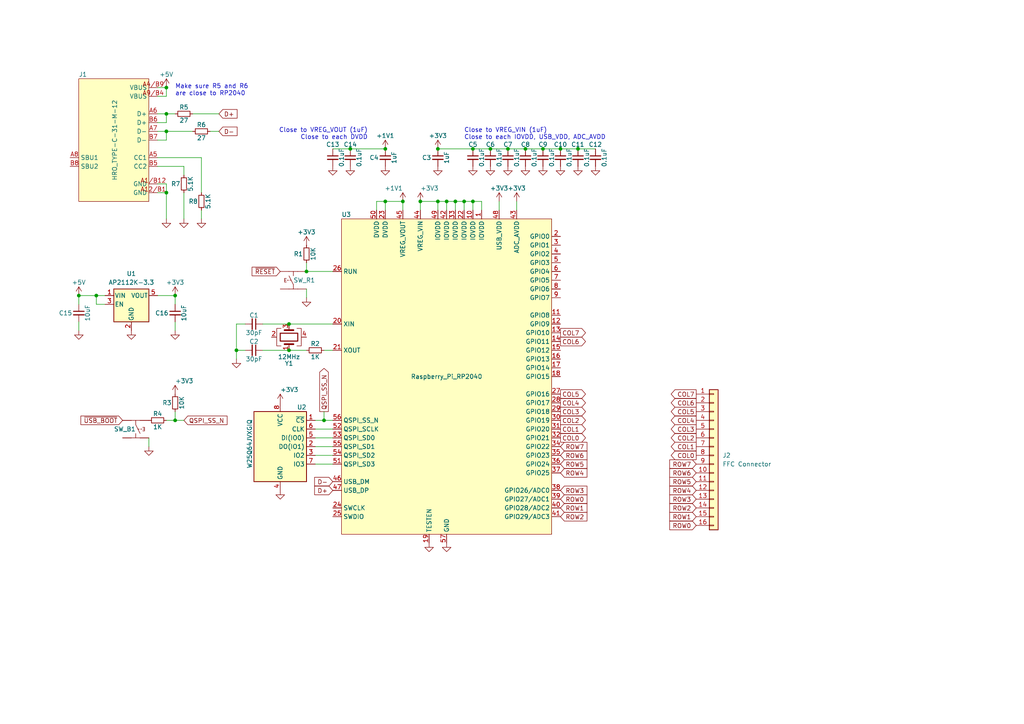
<source format=kicad_sch>
(kicad_sch (version 20231120) (generator "eeschema") (generator_version "8.0")
  (paper "A4")
  (lib_symbols
    (symbol "Connector_Generic:Conn_01x16" (pin_names (offset 1.016) hide)
      (property "Reference" "J" (at 0 20.32 0))
      (property "Value" "Conn_01x16" (at 0 -22.86 0))
      (symbol "Conn_01x16_1_1"
        (rectangle (start -1.27 -20.193) (end 0 -20.447) (stroke (width 0.1524)))
        (rectangle (start -1.27 -17.653) (end 0 -17.907) (stroke (width 0.1524)))
        (rectangle (start -1.27 -15.113) (end 0 -15.367) (stroke (width 0.1524)))
        (rectangle (start -1.27 -12.573) (end 0 -12.827) (stroke (width 0.1524)))
        (rectangle (start -1.27 -10.033) (end 0 -10.287) (stroke (width 0.1524)))
        (rectangle (start -1.27 -7.493) (end 0 -7.747) (stroke (width 0.1524)))
        (rectangle (start -1.27 -4.953) (end 0 -5.207) (stroke (width 0.1524)))
        (rectangle (start -1.27 -2.413) (end 0 -2.667) (stroke (width 0.1524)))
        (rectangle (start -1.27 0.127) (end 0 -0.127) (stroke (width 0.1524)))
        (rectangle (start -1.27 2.667) (end 0 2.413) (stroke (width 0.1524)))
        (rectangle (start -1.27 5.207) (end 0 4.953) (stroke (width 0.1524)))
        (rectangle (start -1.27 7.747) (end 0 7.493) (stroke (width 0.1524)))
        (rectangle (start -1.27 10.287) (end 0 10.033) (stroke (width 0.1524)))
        (rectangle (start -1.27 12.827) (end 0 12.573) (stroke (width 0.1524)))
        (rectangle (start -1.27 15.367) (end 0 15.113) (stroke (width 0.1524)))
        (rectangle (start -1.27 17.907) (end 0 17.653) (stroke (width 0.1524)))
        (rectangle (start -1.27 19.05) (end 1.27 -21.59) (stroke (width 0.254)) (fill (type background)))
        (pin passive line (at -5.08 17.78 0) (length 3.81) (name "Pin_1") (number "1"))
        (pin passive line (at -5.08 -5.08 0) (length 3.81) (name "Pin_10") (number "10"))
        (pin passive line (at -5.08 -7.62 0) (length 3.81) (name "Pin_11") (number "11"))
        (pin passive line (at -5.08 -10.16 0) (length 3.81) (name "Pin_12") (number "12"))
        (pin passive line (at -5.08 -12.7 0) (length 3.81) (name "Pin_13") (number "13"))
        (pin passive line (at -5.08 -15.24 0) (length 3.81) (name "Pin_14") (number "14"))
        (pin passive line (at -5.08 -17.78 0) (length 3.81) (name "Pin_15") (number "15"))
        (pin passive line (at -5.08 -20.32 0) (length 3.81) (name "Pin_16") (number "16"))
        (pin passive line (at -5.08 15.24 0) (length 3.81) (name "Pin_2") (number "2"))
        (pin passive line (at -5.08 12.7 0) (length 3.81) (name "Pin_3") (number "3"))
        (pin passive line (at -5.08 10.16 0) (length 3.81) (name "Pin_4") (number "4"))
        (pin passive line (at -5.08 7.62 0) (length 3.81) (name "Pin_5") (number "5"))
        (pin passive line (at -5.08 5.08 0) (length 3.81) (name "Pin_6") (number "6"))
        (pin passive line (at -5.08 2.54 0) (length 3.81) (name "Pin_7") (number "7"))
        (pin passive line (at -5.08 0 0) (length 3.81) (name "Pin_8") (number "8"))
        (pin passive line (at -5.08 -2.54 0) (length 3.81) (name "Pin_9") (number "9"))
      )
    )
    (symbol "Device:C_Small" (pin_numbers hide) (pin_names (offset 0.254) hide)
      (property "Reference" "C" (at 0.254 1.778 0))
      (property "Value" "C_Small" (at 0.254 -2.032 0))
      (symbol "C_Small_0_1"
        (polyline (pts (xy -1.524 -0.508) (xy 1.524 -0.508)) (stroke (width 0.3302)))
        (polyline (pts (xy -1.524 0.508) (xy 1.524 0.508)) (stroke (width 0.3048)))
      )
      (symbol "C_Small_1_1"
        (pin passive line (at 0 2.54 270) (length 2.032) (name "~") (number "1"))
        (pin passive line (at 0 -2.54 90) (length 2.032) (name "~") (number "2"))
      )
    )
    (symbol "Device:Crystal_GND24" (pin_names (offset 1.016) hide)
      (property "Reference" "Y" (at 3.175 5.08 0))
      (property "Value" "Crystal_GND24" (at 3.175 3.175 0))
      (symbol "Crystal_GND24_0_1"
        (rectangle (start -1.143 2.54) (end 1.143 -2.54) (stroke (width 0.3048)))
        (polyline (pts (xy -2.54 0) (xy -2.032 0)))
        (polyline (pts (xy -2.032 -1.27) (xy -2.032 1.27)) (stroke (width 0.508)))
        (polyline (pts (xy 0 -3.81) (xy 0 -3.556)))
        (polyline (pts (xy 0 3.556) (xy 0 3.81)))
        (polyline (pts (xy 2.032 -1.27) (xy 2.032 1.27)) (stroke (width 0.508)))
        (polyline (pts (xy 2.032 0) (xy 2.54 0)))
        (polyline (pts (xy -2.54 -2.286) (xy -2.54 -3.556) (xy 2.54 -3.556) (xy 2.54 -2.286)))
        (polyline (pts (xy -2.54 2.286) (xy -2.54 3.556) (xy 2.54 3.556) (xy 2.54 2.286)))
      )
      (symbol "Crystal_GND24_1_1"
        (pin passive line (at -3.81 0 0) (length 1.27) (name "1") (number "1"))
        (pin passive line (at 0 5.08 270) (length 1.27) (name "2") (number "2"))
        (pin passive line (at 3.81 0 180) (length 1.27) (name "3") (number "3"))
        (pin passive line (at 0 -5.08 90) (length 1.27) (name "4") (number "4"))
      )
    )
    (symbol "Device:R_Small" (pin_numbers hide) (pin_names (offset 0.254) hide)
      (property "Reference" "R" (at 0.762 0.508 0))
      (property "Value" "R_Small" (at 0.762 -1.016 0))
      (symbol "R_Small_0_1"
        (rectangle (start -0.762 1.778) (end 0.762 -1.778) (stroke (width 0.2032)))
      )
      (symbol "R_Small_1_1"
        (pin passive line (at 0 2.54 270) (length 0.762) (name "~") (number "1"))
        (pin passive line (at 0 -2.54 90) (length 0.762) (name "~") (number "2"))
      )
    )
    (symbol "Project_Library:Alps_Alpine_SKRP" (pin_numbers hide) (pin_names (offset 0) hide)
      (property "Reference" "SW" (at 0 7.62 0))
      (property "Value" "Alps_Alpine_SKRP" (at 0 5.08 0))
      (symbol "Alps_Alpine_SKRP_0_0"
        (polyline (pts (xy 0 1.27) (xy 1.27 -1.27)))
        (polyline (pts (xy 0.635 0) (xy 1.016 0)))
        (polyline (pts (xy 1.397 0) (xy 1.778 0)))
        (polyline (pts (xy 2.032 -0.508) (xy 2.54 -0.508)))
        (polyline (pts (xy 2.032 0.508) (xy 2.54 0.508)))
        (polyline (pts (xy 2.159 0) (xy 2.54 0)))
        (polyline (pts (xy 2.54 0.508) (xy 2.54 -0.508)))
      )
      (symbol "Alps_Alpine_SKRP_0_1"
        (polyline (pts (xy -1.27 -2.54) (xy 1.27 -2.54)))
        (polyline (pts (xy 0 -1.27) (xy 0 -2.54)))
        (polyline (pts (xy 0 2.54) (xy 0 1.27)))
        (polyline (pts (xy 1.27 2.54) (xy -1.27 2.54)))
        (pin passive line (at -3.81 2.54 0) (length 2.54) (name "1") (number "1"))
        (pin passive line (at 3.81 2.54 180) (length 2.54) (name "2") (number "2"))
        (pin passive line (at -3.81 -2.54 0) (length 2.54) (name "3") (number "3"))
        (pin passive line (at 3.81 -2.54 180) (length 2.54) (name "4") (number "4"))
      )
    )
    (symbol "Project_Library:HRO_TYPE-C-31-M-12"
      (property "Reference" "J" (at 0 20.32 0))
      (property "Value" "HRO_TYPE-C-31-M-12" (at 0 -20.32 0))
      (symbol "HRO_TYPE-C-31-M-12_0_1"
        (rectangle (start -10.16 17.78) (end 10.16 -17.78) (fill (type background)))
      )
      (symbol "HRO_TYPE-C-31-M-12_1_1"
        (pin power_out line (at 12.7 -12.7 180) (length 2.54) (name "GND") (number "A1/B12"))
        (pin power_out line (at 12.7 -15.24 180) (length 2.54) (name "GND") (number "A12/B1"))
        (pin power_out line (at 12.7 15.24 180) (length 2.54) (name "VBUS") (number "A4/B9"))
        (pin passive line (at 12.7 -5.08 180) (length 2.54) (name "CC1") (number "A5"))
        (pin passive line (at 12.7 7.62 180) (length 2.54) (name "D+") (number "A6"))
        (pin passive line (at 12.7 2.54 180) (length 2.54) (name "D-") (number "A7"))
        (pin passive line (at -12.7 -5.08 0) (length 2.54) (name "SBU1") (number "A8"))
        (pin power_out line (at 12.7 12.7 180) (length 2.54) (name "VBUS") (number "A9/B4"))
        (pin passive line (at 12.7 -7.62 180) (length 2.54) (name "CC2") (number "B5"))
        (pin passive line (at 12.7 5.08 180) (length 2.54) (name "D+") (number "B6"))
        (pin passive line (at 12.7 0 180) (length 2.54) (name "D-") (number "B7"))
        (pin passive line (at -12.7 -7.62 0) (length 2.54) (name "SBU2") (number "B8"))
      )
    )
    (symbol "Project_Library:Raspberry_Pi_RP2040"
      (property "Reference" "U" (at -30.48 48.26 0))
      (property "Value" "Raspberry_Pi_RP2040" (at 30.48 -48.26 0))
      (symbol "Raspberry_Pi_RP2040_0_1"
        (rectangle (start -30.48 45.72) (end 30.48 -45.72) (fill (type background)))
      )
      (symbol "Raspberry_Pi_RP2040_1_1"
        (pin power_in line (at 10.16 48.26 270) (length 2.54) (name "IOVDD") (number "1"))
        (pin power_in line (at 7.62 48.26 270) (length 2.54) (name "IOVDD") (number "10"))
        (pin bidirectional line (at 33.02 17.78 180) (length 2.54) (name "GPIO8") (number "11"))
        (pin bidirectional line (at 33.02 15.24 180) (length 2.54) (name "GPIO9") (number "12"))
        (pin bidirectional line (at 33.02 12.7 180) (length 2.54) (name "GPIO10") (number "13"))
        (pin bidirectional line (at 33.02 10.16 180) (length 2.54) (name "GPIO11") (number "14"))
        (pin bidirectional line (at 33.02 7.62 180) (length 2.54) (name "GPIO12") (number "15"))
        (pin bidirectional line (at 33.02 5.08 180) (length 2.54) (name "GPIO13") (number "16"))
        (pin bidirectional line (at 33.02 2.54 180) (length 2.54) (name "GPIO14") (number "17"))
        (pin bidirectional line (at 33.02 0 180) (length 2.54) (name "GPIO15") (number "18"))
        (pin passive line (at -5.08 -48.26 90) (length 2.54) (name "TESTEN") (number "19"))
        (pin bidirectional line (at 33.02 40.64 180) (length 2.54) (name "GPIO0") (number "2"))
        (pin input line (at -33.02 15.24 0) (length 2.54) (name "XIN") (number "20"))
        (pin passive line (at -33.02 7.62 0) (length 2.54) (name "XOUT") (number "21"))
        (pin power_in line (at 5.08 48.26 270) (length 2.54) (name "IOVDD") (number "22"))
        (pin power_in line (at -17.78 48.26 270) (length 2.54) (name "DVDD") (number "23"))
        (pin output line (at -33.02 -38.1 0) (length 2.54) (name "SWCLK") (number "24"))
        (pin bidirectional line (at -33.02 -40.64 0) (length 2.54) (name "SWDIO") (number "25"))
        (pin input line (at -33.02 30.48 0) (length 2.54) (name "RUN") (number "26"))
        (pin bidirectional line (at 33.02 -5.08 180) (length 2.54) (name "GPIO16") (number "27"))
        (pin bidirectional line (at 33.02 -7.62 180) (length 2.54) (name "GPIO17") (number "28"))
        (pin bidirectional line (at 33.02 -10.16 180) (length 2.54) (name "GPIO18") (number "29"))
        (pin bidirectional line (at 33.02 38.1 180) (length 2.54) (name "GPIO1") (number "3"))
        (pin bidirectional line (at 33.02 -12.7 180) (length 2.54) (name "GPIO19") (number "30"))
        (pin bidirectional line (at 33.02 -15.24 180) (length 2.54) (name "GPIO20") (number "31"))
        (pin bidirectional line (at 33.02 -17.78 180) (length 2.54) (name "GPIO21") (number "32"))
        (pin power_in line (at 2.54 48.26 270) (length 2.54) (name "IOVDD") (number "33"))
        (pin bidirectional line (at 33.02 -20.32 180) (length 2.54) (name "GPIO22") (number "34"))
        (pin bidirectional line (at 33.02 -22.86 180) (length 2.54) (name "GPIO23") (number "35"))
        (pin bidirectional line (at 33.02 -25.4 180) (length 2.54) (name "GPIO24") (number "36"))
        (pin bidirectional line (at 33.02 -27.94 180) (length 2.54) (name "GPIO25") (number "37"))
        (pin bidirectional line (at 33.02 -33.02 180) (length 2.54) (name "GPIO26/ADC0") (number "38"))
        (pin bidirectional line (at 33.02 -35.56 180) (length 2.54) (name "GPIO27/ADC1") (number "39"))
        (pin bidirectional line (at 33.02 35.56 180) (length 2.54) (name "GPIO2") (number "4"))
        (pin bidirectional line (at 33.02 -38.1 180) (length 2.54) (name "GPIO28/ADC2") (number "40"))
        (pin bidirectional line (at 33.02 -40.64 180) (length 2.54) (name "GPIO29/ADC3") (number "41"))
        (pin power_in line (at 0 48.26 270) (length 2.54) (name "IOVDD") (number "42"))
        (pin power_in line (at 20.32 48.26 270) (length 2.54) (name "ADC_AVDD") (number "43"))
        (pin power_in line (at -7.62 48.26 270) (length 2.54) (name "VREG_VIN") (number "44"))
        (pin power_out line (at -12.7 48.26 270) (length 2.54) (name "VREG_VOUT") (number "45"))
        (pin bidirectional line (at -33.02 -30.48 0) (length 2.54) (name "USB_DM") (number "46"))
        (pin bidirectional line (at -33.02 -33.02 0) (length 2.54) (name "USB_DP") (number "47"))
        (pin power_in line (at 15.24 48.26 270) (length 2.54) (name "USB_VDD") (number "48"))
        (pin power_in line (at -2.54 48.26 270) (length 2.54) (name "IOVDD") (number "49"))
        (pin bidirectional line (at 33.02 33.02 180) (length 2.54) (name "GPIO3") (number "5"))
        (pin power_in line (at -20.32 48.26 270) (length 2.54) (name "DVDD") (number "50"))
        (pin bidirectional line (at -33.02 -25.4 0) (length 2.54) (name "QSPI_SD3") (number "51"))
        (pin output line (at -33.02 -15.24 0) (length 2.54) (name "QSPI_SCLK") (number "52"))
        (pin bidirectional line (at -33.02 -17.78 0) (length 2.54) (name "QSPI_SD0") (number "53"))
        (pin bidirectional line (at -33.02 -22.86 0) (length 2.54) (name "QSPI_SD2") (number "54"))
        (pin bidirectional line (at -33.02 -20.32 0) (length 2.54) (name "QSPI_SD1") (number "55"))
        (pin bidirectional line (at -33.02 -12.7 0) (length 2.54) (name "QSPI_SS_N") (number "56"))
        (pin power_in line (at 0 -48.26 90) (length 2.54) (name "GND") (number "57"))
        (pin bidirectional line (at 33.02 30.48 180) (length 2.54) (name "GPIO4") (number "6"))
        (pin bidirectional line (at 33.02 27.94 180) (length 2.54) (name "GPIO5") (number "7"))
        (pin bidirectional line (at 33.02 25.4 180) (length 2.54) (name "GPIO6") (number "8"))
        (pin bidirectional line (at 33.02 22.86 180) (length 2.54) (name "GPIO7") (number "9"))
      )
    )
    (symbol "Regulator_Linear:AP2112K-3.3" (pin_names (offset 0.254))
      (property "Reference" "U" (at -5.08 5.715 0))
      (property "Value" "AP2112K-3.3" (at 0 5.715 0))
      (symbol "AP2112K-3.3_0_1"
        (rectangle (start -5.08 4.445) (end 5.08 -5.08) (stroke (width 0.254)) (fill (type background)))
      )
      (symbol "AP2112K-3.3_1_1"
        (pin power_in line (at -7.62 2.54 0) (length 2.54) (name "VIN") (number "1"))
        (pin power_in line (at 0 -7.62 90) (length 2.54) (name "GND") (number "2"))
        (pin input line (at -7.62 0 0) (length 2.54) (name "EN") (number "3"))
        (pin no_connect line (at 5.08 0 180) (length 2.54) hide (name "NC") (number "4"))
        (pin power_out line (at 7.62 2.54 180) (length 2.54) (name "VOUT") (number "5"))
      )
    )
    (symbol "W25Q32JVSS_1"
      (property "Reference" "U" (at -6.35 11.43 0))
      (property "Value" "W25Q32JVSS" (at 7.62 11.43 0))
      (symbol "W25Q32JVSS_1_0_1"
        (rectangle (start -7.62 10.16) (end 7.62 -10.16) (stroke (width 0.254)) (fill (type background)))
      )
      (symbol "W25Q32JVSS_1_1_1"
        (pin input line (at -10.16 7.62 0) (length 2.54) (name "~{CS}") (number "1"))
        (pin bidirectional line (at -10.16 0 0) (length 2.54) (name "DO(IO1)") (number "2"))
        (pin bidirectional line (at -10.16 -2.54 0) (length 2.54) (name "IO2") (number "3"))
        (pin power_in line (at 0 -12.7 90) (length 2.54) (name "GND") (number "4"))
        (pin bidirectional line (at -10.16 2.54 0) (length 2.54) (name "DI(IO0)") (number "5"))
        (pin input line (at -10.16 5.08 0) (length 2.54) (name "CLK") (number "6"))
        (pin bidirectional line (at -10.16 -5.08 0) (length 2.54) (name "IO3") (number "7"))
        (pin power_in line (at 0 12.7 270) (length 2.54) (name "VCC") (number "8"))
      )
    )
    (symbol "power:+1V1" (power) (pin_names (offset 0))
      (property "Value" "+1V1" (at 0 3.556 0))
      (symbol "+1V1_0_1"
        (polyline (pts (xy -0.762 1.27) (xy 0 2.54)))
        (polyline (pts (xy 0 0) (xy 0 2.54)))
        (polyline (pts (xy 0 2.54) (xy 0.762 1.27)))
      )
      (symbol "+1V1_1_1"
        (pin power_in line (at 0 0 90) (length 0) hide (name "+1V1") (number "1"))
      )
    )
    (symbol "power:+3V3" (power) (pin_names (offset 0))
      (property "Value" "+3V3" (at 0 3.556 0))
      (symbol "+3V3_0_1"
        (polyline (pts (xy -0.762 1.27) (xy 0 2.54)))
        (polyline (pts (xy 0 0) (xy 0 2.54)))
        (polyline (pts (xy 0 2.54) (xy 0.762 1.27)))
      )
      (symbol "+3V3_1_1"
        (pin power_in line (at 0 0 90) (length 0) hide (name "+3V3") (number "1"))
      )
    )
    (symbol "power:+5V" (power) (pin_names (offset 0))
      (property "Value" "+5V" (at 0 3.556 0))
      (symbol "+5V_0_1"
        (polyline (pts (xy -0.762 1.27) (xy 0 2.54)))
        (polyline (pts (xy 0 0) (xy 0 2.54)))
        (polyline (pts (xy 0 2.54) (xy 0.762 1.27)))
      )
      (symbol "+5V_1_1"
        (pin power_in line (at 0 0 90) (length 0) hide (name "+5V") (number "1"))
      )
    )
    (symbol "power:GND" (power) (pin_names (offset 0))
      (property "Value" "GND" (at 0 -3.81 0))
      (symbol "GND_0_1"
        (polyline (pts (xy 0 0) (xy 0 -1.27) (xy 1.27 -1.27) (xy 0 -2.54) (xy -1.27 -1.27) (xy 0 -1.27)))
      )
      (symbol "GND_1_1"
        (pin power_in line (at 0 0 270) (length 0) hide (name "GND") (number "1"))
      )
    )
  )
  (junction (at 152.4 43.18))
  (junction (at 68.58 101.6))
  (junction (at 157.48 43.18))
  (junction (at 121.92 58.42))
  (junction (at 137.16 43.18))
  (junction (at 48.26 25.4))
  (junction (at 93.98 121.92))
  (junction (at 111.76 43.18))
  (junction (at 83.82 93.98))
  (junction (at 147.32 43.18))
  (junction (at 22.86 85.725))
  (junction (at 50.8 121.92))
  (junction (at 101.6 43.18))
  (junction (at 127 43.18))
  (junction (at 127 58.42))
  (junction (at 134.62 58.42))
  (junction (at 129.54 58.42))
  (junction (at 27.94 85.725))
  (junction (at 111.76 58.42))
  (junction (at 48.26 33.02))
  (junction (at 50.8 85.725))
  (junction (at 142.24 43.18))
  (junction (at 88.9 78.74))
  (junction (at 137.16 58.42))
  (junction (at 116.84 58.42))
  (junction (at 48.26 38.1))
  (junction (at 132.08 58.42))
  (junction (at 48.26 55.88))
  (junction (at 162.56 43.18))
  (junction (at 167.64 43.18))
  (junction (at 83.82 101.6))
  (wire (pts (xy 93.98 101.6) (xy 96.52 101.6)))
  (wire (pts (xy 91.44 124.46) (xy 96.52 124.46)))
  (wire (pts (xy 30.48 85.725) (xy 27.94 85.725)))
  (wire (pts (xy 48.26 33.02) (xy 50.8 33.02)))
  (wire (pts (xy 50.8 85.725) (xy 50.8 88.265)))
  (wire (pts (xy 91.44 132.08) (xy 96.52 132.08)))
  (wire (pts (xy 68.58 93.98) (xy 68.58 101.6)))
  (wire (pts (xy 58.42 63.5) (xy 58.42 60.96)))
  (wire (pts (xy 50.8 121.92) (xy 53.34 121.92)))
  (wire (pts (xy 144.78 58.42) (xy 144.78 60.96)))
  (wire (pts (xy 111.76 58.42) (xy 111.76 60.96)))
  (wire (pts (xy 45.72 33.02) (xy 48.26 33.02)))
  (wire (pts (xy 45.72 25.4) (xy 48.26 25.4)))
  (wire (pts (xy 109.22 58.42) (xy 111.76 58.42)))
  (wire (pts (xy 68.58 101.6) (xy 71.12 101.6)))
  (wire (pts (xy 101.6 43.18) (xy 111.76 43.18)))
  (wire (pts (xy 91.44 127) (xy 96.52 127)))
  (wire (pts (xy 111.76 58.42) (xy 116.84 58.42)))
  (wire (pts (xy 162.56 43.18) (xy 167.64 43.18)))
  (wire (pts (xy 22.86 93.345) (xy 22.86 95.885)))
  (wire (pts (xy 137.16 58.42) (xy 134.62 58.42)))
  (wire (pts (xy 48.26 121.92) (xy 50.8 121.92)))
  (wire (pts (xy 45.72 27.94) (xy 48.26 27.94)))
  (wire (pts (xy 132.08 58.42) (xy 129.54 58.42)))
  (wire (pts (xy 45.72 85.725) (xy 50.8 85.725)))
  (wire (pts (xy 68.58 93.98) (xy 71.12 93.98)))
  (wire (pts (xy 134.62 58.42) (xy 134.62 60.96)))
  (wire (pts (xy 45.72 38.1) (xy 48.26 38.1)))
  (wire (pts (xy 45.72 40.64) (xy 48.26 40.64)))
  (wire (pts (xy 134.62 58.42) (xy 132.08 58.42)))
  (wire (pts (xy 30.48 88.265) (xy 27.94 88.265)))
  (wire (pts (xy 48.26 33.02) (xy 48.26 35.56)))
  (wire (pts (xy 93.98 119.38) (xy 93.98 121.92)))
  (wire (pts (xy 127 60.96) (xy 127 58.42)))
  (wire (pts (xy 88.9 76.2) (xy 88.9 78.74)))
  (wire (pts (xy 22.86 85.725) (xy 27.94 85.725)))
  (wire (pts (xy 48.26 40.64) (xy 48.26 38.1)))
  (wire (pts (xy 127 58.42) (xy 121.92 58.42)))
  (wire (pts (xy 137.16 43.18) (xy 142.24 43.18)))
  (wire (pts (xy 147.32 43.18) (xy 152.4 43.18)))
  (wire (pts (xy 53.34 55.88) (xy 53.34 63.5)))
  (wire (pts (xy 93.98 121.92) (xy 96.52 121.92)))
  (wire (pts (xy 139.7 60.96) (xy 139.7 58.42)))
  (wire (pts (xy 48.26 38.1) (xy 55.88 38.1)))
  (wire (pts (xy 45.72 35.56) (xy 48.26 35.56)))
  (wire (pts (xy 68.58 101.6) (xy 68.58 104.14)))
  (wire (pts (xy 137.16 58.42) (xy 137.16 60.96)))
  (wire (pts (xy 58.42 45.72) (xy 58.42 55.88)))
  (wire (pts (xy 96.52 43.18) (xy 101.6 43.18)))
  (wire (pts (xy 76.2 93.98) (xy 83.82 93.98)))
  (wire (pts (xy 45.72 45.72) (xy 58.42 45.72)))
  (wire (pts (xy 88.9 101.6) (xy 83.82 101.6)))
  (wire (pts (xy 127 43.18) (xy 137.16 43.18)))
  (wire (pts (xy 48.26 25.4) (xy 48.26 27.94)))
  (wire (pts (xy 157.48 43.18) (xy 162.56 43.18)))
  (wire (pts (xy 27.94 88.265) (xy 27.94 85.725)))
  (wire (pts (xy 121.92 58.42) (xy 121.92 60.96)))
  (wire (pts (xy 91.44 134.62) (xy 96.52 134.62)))
  (wire (pts (xy 129.54 58.42) (xy 129.54 60.96)))
  (wire (pts (xy 50.8 119.38) (xy 50.8 121.92)))
  (wire (pts (xy 91.44 121.92) (xy 93.98 121.92)))
  (wire (pts (xy 132.08 58.42) (xy 132.08 60.96)))
  (wire (pts (xy 43.18 127) (xy 43.18 129.54)))
  (wire (pts (xy 88.9 83.82) (xy 88.9 86.36)))
  (wire (pts (xy -24.765 150.495) (xy -24.765 153.035)))
  (wire (pts (xy 142.24 43.18) (xy 147.32 43.18)))
  (wire (pts (xy 139.7 58.42) (xy 137.16 58.42)))
  (wire (pts (xy 45.72 48.26) (xy 53.34 48.26)))
  (wire (pts (xy 83.82 93.98) (xy 96.52 93.98)))
  (wire (pts (xy 91.44 129.54) (xy 96.52 129.54)))
  (wire (pts (xy 60.96 38.1) (xy 63.5 38.1)))
  (wire (pts (xy 88.9 78.74) (xy 96.52 78.74)))
  (wire (pts (xy 48.26 55.88) (xy 48.26 63.5)))
  (wire (pts (xy 50.8 93.345) (xy 50.8 95.885)))
  (wire (pts (xy 116.84 58.42) (xy 116.84 60.96)))
  (wire (pts (xy 53.34 48.26) (xy 53.34 50.8)))
  (wire (pts (xy 76.2 101.6) (xy 83.82 101.6)))
  (wire (pts (xy 45.72 55.88) (xy 48.26 55.88)))
  (wire (pts (xy 129.54 58.42) (xy 127 58.42)))
  (wire (pts (xy 55.88 33.02) (xy 63.5 33.02)))
  (wire (pts (xy 109.22 60.96) (xy 109.22 58.42)))
  (wire (pts (xy 152.4 43.18) (xy 157.48 43.18)))
  (wire (pts (xy 45.72 53.34) (xy 48.26 53.34)))
  (wire (pts (xy 167.64 43.18) (xy 172.72 43.18)))
  (wire (pts (xy 149.86 58.42) (xy 149.86 60.96)))
  (wire (pts (xy 22.86 85.725) (xy 22.86 88.265)))
  (wire (pts (xy 48.26 53.34) (xy 48.26 55.88)))
  (text "Close to VREG_VIN (1uF)\nClose to each IOVDD, USB_VDD, ADC_AVDD" (at 134.62 40.64 0) (effects (font (size 1.27 1.27)) (justify left bottom)))
  (text "Close to VREG_VOUT (1uF)\nClose to each DVDD" (at 106.68 40.64 0) (effects (font (size 1.27 1.27)) (justify right bottom)))
  (text "Make sure R5 and R6\nare close to RP2040" (at 50.8 27.94 0) (effects (font (size 1.27 1.27)) (justify left bottom)))
  (global_label "COL3" (shape output) (at 201.93 124.46 180) (property "Intersheetrefs" "${INTERSHEET_REFS}" (effects (hide yes))))
  (global_label "ROW2" (shape input) (at 162.56 149.86 0) (property "Intersheetrefs" "${INTERSHEET_REFS}" (effects (hide yes))))
  (global_label "D+" (shape input) (at 96.52 142.24 180) (property "Intersheetrefs" "${INTERSHEET_REFS}" (effects (hide yes))))
  (global_label "COL4" (shape output) (at 201.93 121.92 180) (property "Intersheetrefs" "${INTERSHEET_REFS}" (effects (hide yes))))
  (global_label "D-" (shape input) (at 63.5 38.1 0) (property "Intersheetrefs" "${INTERSHEET_REFS}" (effects (hide yes))))
  (global_label "COL5" (shape output) (at 162.56 114.3 0) (property "Intersheetrefs" "${INTERSHEET_REFS}" (effects (hide yes))))
  (global_label "ROW3" (shape input) (at 162.56 142.24 0) (property "Intersheetrefs" "${INTERSHEET_REFS}" (effects (hide yes))))
  (global_label "COL6" (shape output) (at 162.56 99.06 0) (property "Intersheetrefs" "${INTERSHEET_REFS}" (effects (hide yes))))
  (global_label "COL4" (shape output) (at 162.56 116.84 0) (property "Intersheetrefs" "${INTERSHEET_REFS}" (effects (hide yes))))
  (global_label "~{USB_BOOT}" (shape input) (at 35.56 121.92 180) (property "Intersheetrefs" "${INTERSHEET_REFS}" (effects (hide yes))))
  (global_label "ROW0" (shape input) (at 162.56 144.78 0) (property "Intersheetrefs" "${INTERSHEET_REFS}" (effects (hide yes))))
  (global_label "ROW1" (shape input) (at 201.93 149.86 180) (property "Intersheetrefs" "${INTERSHEET_REFS}" (effects (hide yes))))
  (global_label "ROW4" (shape input) (at 162.56 137.16 0) (property "Intersheetrefs" "${INTERSHEET_REFS}" (effects (hide yes))))
  (global_label "ROW5" (shape input) (at 162.56 134.62 0) (property "Intersheetrefs" "${INTERSHEET_REFS}" (effects (hide yes))))
  (global_label "ROW7" (shape input) (at 201.93 134.62 180) (property "Intersheetrefs" "${INTERSHEET_REFS}" (effects (hide yes))))
  (global_label "ROW4" (shape input) (at 201.93 142.24 180) (property "Intersheetrefs" "${INTERSHEET_REFS}" (effects (hide yes))))
  (global_label "COL0" (shape output) (at 162.56 127 0) (property "Intersheetrefs" "${INTERSHEET_REFS}" (effects (hide yes))))
  (global_label "ROW7" (shape input) (at 162.56 129.54 0) (property "Intersheetrefs" "${INTERSHEET_REFS}" (effects (hide yes))))
  (global_label "COL1" (shape output) (at 162.56 124.46 0) (property "Intersheetrefs" "${INTERSHEET_REFS}" (effects (hide yes))))
  (global_label "D-" (shape input) (at 96.52 139.7 180) (property "Intersheetrefs" "${INTERSHEET_REFS}" (effects (hide yes))))
  (global_label "COL5" (shape output) (at 201.93 119.38 180) (property "Intersheetrefs" "${INTERSHEET_REFS}" (effects (hide yes))))
  (global_label "COL6" (shape output) (at 201.93 116.84 180) (property "Intersheetrefs" "${INTERSHEET_REFS}" (effects (hide yes))))
  (global_label "COL7" (shape output) (at 201.93 114.3 180) (property "Intersheetrefs" "${INTERSHEET_REFS}" (effects (hide yes))))
  (global_label "ROW3" (shape input) (at 201.93 144.78 180) (property "Intersheetrefs" "${INTERSHEET_REFS}" (effects (hide yes))))
  (global_label "COL3" (shape output) (at 162.56 119.38 0) (property "Intersheetrefs" "${INTERSHEET_REFS}" (effects (hide yes))))
  (global_label "ROW6" (shape input) (at 162.56 132.08 0) (property "Intersheetrefs" "${INTERSHEET_REFS}" (effects (hide yes))))
  (global_label "ROW6" (shape input) (at 201.93 137.16 180) (property "Intersheetrefs" "${INTERSHEET_REFS}" (effects (hide yes))))
  (global_label "~{RESET}" (shape input) (at 81.28 78.74 180) (property "Intersheetrefs" "${INTERSHEET_REFS}" (effects (hide yes))))
  (global_label "COL2" (shape output) (at 162.56 121.92 0) (property "Intersheetrefs" "${INTERSHEET_REFS}" (effects (hide yes))))
  (global_label "COL7" (shape output) (at 162.56 96.52 0) (property "Intersheetrefs" "${INTERSHEET_REFS}" (effects (hide yes))))
  (global_label "ROW1" (shape input) (at 162.56 147.32 0) (property "Intersheetrefs" "${INTERSHEET_REFS}" (effects (hide yes))))
  (global_label "QSPI_SS_N" (shape input) (at 53.34 121.92 0) (property "Intersheetrefs" "${INTERSHEET_REFS}" (effects (hide yes))))
  (global_label "COL1" (shape output) (at 201.93 129.54 180) (property "Intersheetrefs" "${INTERSHEET_REFS}" (effects (hide yes))))
  (global_label "ROW0" (shape input) (at 201.93 152.4 180) (property "Intersheetrefs" "${INTERSHEET_REFS}" (effects (hide yes))))
  (global_label "COL0" (shape output) (at 201.93 132.08 180) (property "Intersheetrefs" "${INTERSHEET_REFS}" (effects (hide yes))))
  (global_label "ROW5" (shape input) (at 201.93 139.7 180) (property "Intersheetrefs" "${INTERSHEET_REFS}" (effects (hide yes))))
  (global_label "QSPI_SS_N" (shape output) (at 93.98 119.38 90) (property "Intersheetrefs" "${INTERSHEET_REFS}" (effects (hide yes))))
  (global_label "ROW2" (shape input) (at 201.93 147.32 180) (property "Intersheetrefs" "${INTERSHEET_REFS}" (effects (hide yes))))
  (global_label "COL2" (shape output) (at 201.93 127 180) (property "Intersheetrefs" "${INTERSHEET_REFS}" (effects (hide yes))))
  (global_label "D+" (shape input) (at 63.5 33.02 0) (property "Intersheetrefs" "${INTERSHEET_REFS}" (effects (hide yes))))
  (symbol (lib_id "Device:C_Small") (at 137.16 45.72 0) (unit 1)
    (property "Reference" "C5" (at 137.16 41.91 0))
    (property "Value" "0.1uF" (at 139.7 45.72 90))
    (property "Footprint" "Capacitor_SMD:C_0402_1005Metric" (effects (hide yes)))
    (property "LCSC" "C307331" (effects (hide yes)))
  )
  (symbol (lib_id "power:+3V3") (at 127 43.18 0) (unit 1)
    (property "Reference" "#PWR024" (effects (hide yes)))
    (property "Value" "+3V3" (at 127 39.37 0))
  )
  (symbol (lib_id "power:GND") (at 129.54 157.48 0) (unit 1)
    (property "Reference" "#PWR026" (effects (hide yes)))
    (property "Value" "GND" (effects (hide yes)))
  )
  (symbol (lib_id "Device:C_Small") (at 127 45.72 0) (unit 1)
    (property "Reference" "C3" (at 125.095 45.72 0) (effects (justify right)))
    (property "Value" "1uF" (at 129.54 45.72 90))
    (property "Footprint" "Capacitor_SMD:C_0402_1005Metric" (effects (hide yes)))
    (property "LCSC" "C52923" (effects (hide yes)))
  )
  (symbol (lib_id "Device:C_Small") (at 73.66 101.6 270) (unit 1)
    (property "Reference" "C2" (at 73.66 99.06 90))
    (property "Value" "30pF" (at 73.66 104.14 90))
    (property "Footprint" "Capacitor_SMD:C_0402_1005Metric" (effects (hide yes)))
    (property "LCSC" "C1570" (effects (hide yes)))
  )
  (symbol (lib_id "Device:C_Small") (at 162.56 45.72 0) (unit 1)
    (property "Reference" "C10" (at 162.56 41.91 0))
    (property "Value" "0.1uF" (at 165.1 45.72 90))
    (property "Footprint" "Capacitor_SMD:C_0402_1005Metric" (effects (hide yes)))
    (property "LCSC" "C307331" (effects (hide yes)))
  )
  (symbol (lib_id "Device:C_Small") (at 22.86 90.805 0) (unit 1)
    (property "Reference" "C15" (at 20.955 90.805 0) (effects (justify right)))
    (property "Value" "10uF" (at 25.4 90.805 90))
    (property "Footprint" "Capacitor_SMD:C_0402_1005Metric" (effects (hide yes)))
    (property "LCSC" "C15525" (effects (hide yes)))
  )
  (symbol (lib_id "power:+3V3") (at 88.9 71.12 0) (unit 1)
    (property "Reference" "#PWR015" (effects (hide yes)))
    (property "Value" "+3V3" (at 88.9 67.31 0))
  )
  (symbol (lib_id "Regulator_Linear:AP2112K-3.3") (at 38.1 88.265 0) (unit 1)
    (property "Reference" "U1" (at 38.1 79.375 0))
    (property "Value" "AP2112K-3.3" (at 38.1 81.915 0))
    (property "Footprint" "Project_Library:SOT-23-5" (effects (hide yes)))
    (property "Datasheet" "https://www.diodes.com/assets/Datasheets/AP2112.pdf" (effects (hide yes)))
    (property "LCSC" "C51118" (effects (hide yes)))
  )
  (symbol (lib_id "Project_Library:Alps_Alpine_SKRP") (at 85.09 81.28 180) (unit 1)
    (property "Reference" "SW_R1" (at 85.09 81.28 0) (effects (justify right)))
    (property "Value" "Alps_Alpine_SKRP" (effects (hide yes)))
    (property "Footprint" "Project_Library:Tactile_Switch_SKRP_Series" (effects (hide yes)))
    (property "LCSC" "C470426" (effects (hide yes)))
  )
  (symbol (lib_id "power:GND") (at 167.64 48.26 0) (unit 1)
    (property "Reference" "#PWR035" (effects (hide yes)))
    (property "Value" "GND" (effects (hide yes)))
  )
  (symbol (lib_id "Device:C_Small") (at 157.48 45.72 0) (unit 1)
    (property "Reference" "C9" (at 157.48 41.91 0))
    (property "Value" "0.1uF" (at 160.02 45.72 90))
    (property "Footprint" "Capacitor_SMD:C_0402_1005Metric" (effects (hide yes)))
    (property "LCSC" "C307331" (effects (hide yes)))
  )
  (symbol (lib_id "Device:C_Small") (at 142.24 45.72 0) (unit 1)
    (property "Reference" "C6" (at 142.24 41.91 0))
    (property "Value" "0.1uF" (at 144.78 45.72 90))
    (property "Footprint" "Capacitor_SMD:C_0402_1005Metric" (effects (hide yes)))
    (property "LCSC" "C307331" (effects (hide yes)))
  )
  (symbol (lib_id "power:GND") (at 111.76 48.26 0) (unit 1)
    (property "Reference" "#PWR020" (effects (hide yes)))
    (property "Value" "GND" (effects (hide yes)))
  )
  (symbol (lib_id "Device:C_Small") (at 96.52 45.72 0) (unit 1)
    (property "Reference" "C13" (at 96.52 41.91 0))
    (property "Value" "0.1uF" (at 99.06 45.72 90))
    (property "Footprint" "Capacitor_SMD:C_0402_1005Metric" (effects (hide yes)))
    (property "LCSC" "C307331" (effects (hide yes)))
  )
  (symbol (lib_id "power:GND") (at 137.16 48.26 0) (unit 1)
    (property "Reference" "#PWR027" (effects (hide yes)))
    (property "Value" "GND" (effects (hide yes)))
  )
  (symbol (lib_id "Device:C_Small") (at 101.6 45.72 0) (unit 1)
    (property "Reference" "C14" (at 101.6 41.91 0))
    (property "Value" "0.1uF" (at 104.14 45.72 90))
    (property "Footprint" "Capacitor_SMD:C_0402_1005Metric" (effects (hide yes)))
    (property "LCSC" "C307331" (effects (hide yes)))
  )
  (symbol (lib_id "power:GND") (at 124.46 157.48 0) (unit 1)
    (property "Reference" "#PWR023" (effects (hide yes)))
    (property "Value" "GND" (effects (hide yes)))
  )
  (symbol (lib_id "Device:C_Small") (at 147.32 45.72 0) (unit 1)
    (property "Reference" "C7" (at 147.32 41.91 0))
    (property "Value" "0.1uF" (at 149.86 45.72 90))
    (property "Footprint" "Capacitor_SMD:C_0402_1005Metric" (effects (hide yes)))
    (property "LCSC" "C307331" (effects (hide yes)))
  )
  (symbol (lib_id "power:GND") (at 43.18 129.54 0) (unit 1)
    (property "Reference" "#PWR04" (effects (hide yes)))
    (property "Value" "GND" (effects (hide yes)))
  )
  (symbol (lib_id "Device:R_Small") (at 50.8 116.84 0) (unit 1)
    (property "Reference" "R3" (at 49.784 116.84 0) (effects (justify right)))
    (property "Value" "10K" (at 52.705 116.84 90))
    (property "Footprint" "Resistor_SMD:R_0402_1005Metric" (effects (hide yes)))
    (property "LCSC" "C25744" (effects (hide yes)))
  )
  (symbol (lib_id "power:+3V3") (at 121.92 58.42 0) (unit 1)
    (property "Reference" "#PWR022" (effects (hide yes)))
    (property "Value" "+3V3" (at 121.92 54.61 0) (effects (justify left)))
  )
  (symbol (lib_id "power:GND") (at 152.4 48.26 0) (unit 1)
    (property "Reference" "#PWR032" (effects (hide yes)))
    (property "Value" "GND" (effects (hide yes)))
  )
  (symbol (lib_id "power:GND") (at 147.32 48.26 0) (unit 1)
    (property "Reference" "#PWR030" (effects (hide yes)))
    (property "Value" "GND" (effects (hide yes)))
  )
  (symbol (lib_id "power:GND") (at 22.86 95.885 0) (unit 1)
    (property "Reference" "#PWR02" (effects (hide yes)))
    (property "Value" "GND" (effects (hide yes)))
  )
  (symbol (lib_id "power:+3V3") (at 144.78 58.42 0) (unit 1)
    (property "Reference" "#PWR029" (effects (hide yes)))
    (property "Value" "+3V3" (at 144.78 54.61 0))
  )
  (symbol (lib_id "Device:R_Small") (at 58.42 38.1 270) (unit 1)
    (property "Reference" "R6" (at 58.42 36.195 90))
    (property "Value" "27" (at 58.42 40.005 90))
    (property "Footprint" "Resistor_SMD:R_0402_1005Metric" (effects (hide yes)))
    (property "LCSC" "C25100" (effects (hide yes)))
  )
  (symbol (lib_id "power:GND") (at 96.52 48.26 0) (unit 1)
    (property "Reference" "#PWR017" (effects (hide yes)))
    (property "Value" "GND" (effects (hide yes)))
  )
  (symbol (lib_id "Device:R_Small") (at 88.9 73.66 0) (unit 1)
    (property "Reference" "R1" (at 87.884 73.66 0) (effects (justify right)))
    (property "Value" "10K" (at 90.805 73.66 90))
    (property "Footprint" "Resistor_SMD:R_0402_1005Metric" (effects (hide yes)))
    (property "LCSC" "C25744" (effects (hide yes)))
  )
  (symbol (lib_id "Device:C_Small") (at 172.72 45.72 0) (unit 1)
    (property "Reference" "C12" (at 174.625 41.91 0) (effects (justify right)))
    (property "Value" "0.1uF" (at 175.26 45.72 90))
    (property "Footprint" "Capacitor_SMD:C_0402_1005Metric" (effects (hide yes)))
    (property "LCSC" "C307331" (effects (hide yes)))
  )
  (symbol (lib_id "power:+1V1") (at 111.76 43.18 0) (unit 1)
    (property "Reference" "#PWR019" (effects (hide yes)))
    (property "Value" "+1V1" (at 111.76 39.37 0))
  )
  (symbol (lib_id "Device:R_Small") (at 53.34 33.02 270) (unit 1)
    (property "Reference" "R5" (at 53.34 31.115 90))
    (property "Value" "27" (at 53.34 34.925 90))
    (property "Footprint" "Resistor_SMD:R_0402_1005Metric" (effects (hide yes)))
    (property "LCSC" "C25100" (effects (hide yes)))
  )
  (symbol (lib_id "power:GND") (at 127 48.26 0) (unit 1)
    (property "Reference" "#PWR025" (effects (hide yes)))
    (property "Value" "GND" (effects (hide yes)))
  )
  (symbol (lib_id "power:GND") (at 101.6 48.26 0) (unit 1)
    (property "Reference" "#PWR018" (effects (hide yes)))
    (property "Value" "GND" (effects (hide yes)))
  )
  (symbol (lib_id "Device:C_Small") (at 50.8 90.805 0) (unit 1)
    (property "Reference" "C16" (at 48.895 90.805 0) (effects (justify right)))
    (property "Value" "10uF" (at 53.34 90.805 90))
    (property "Footprint" "Capacitor_SMD:C_0402_1005Metric" (effects (hide yes)))
    (property "LCSC" "C15525" (effects (hide yes)))
  )
  (symbol (lib_id "Device:C_Small") (at 111.76 45.72 0) (unit 1)
    (property "Reference" "C4" (at 109.855 45.72 0) (effects (justify right)))
    (property "Value" "1uF" (at 114.3 45.72 90))
    (property "Footprint" "Capacitor_SMD:C_0402_1005Metric" (effects (hide yes)))
    (property "LCSC" "C52923" (effects (hide yes)))
  )
  (symbol (lib_name "W25Q32JVSS_1") (lib_id "Memory_Flash:W25Q32JVSS") (at 81.28 129.54 0) (mirror y) (unit 1)
    (property "Reference" "U2" (at 88.9 118.11 0) (effects (justify left)))
    (property "Value" "W25Q64JVXGIQ" (at 72.39 135.89 90) (effects (justify left)))
    (property "Footprint" "Project_Library:XSON-8-EP_4x4mm" (effects (hide yes)))
    (property "Datasheet" "http://www.winbond.com/resource-files/w25q32jv%20revg%2003272018%20plus.pdf" (effects (hide yes)))
    (property "LCSC" "C2940195" (effects (hide yes)))
  )
  (symbol (lib_id "Project_Library:Raspberry_Pi_RP2040") (at 129.54 109.22 0) (unit 1)
    (property "Reference" "U3" (at 99.06 62.23 0) (effects (justify left)))
    (property "Value" "Raspberry_Pi_RP2040" (at 129.54 109.22 0))
    (property "Footprint" "Project_Library:RP2040_QFN-56" (effects (hide yes)))
    (property "LCSC" "C2040" (effects (hide yes)))
  )
  (symbol (lib_id "power:+5V") (at 48.26 25.4 0) (unit 1)
    (property "Reference" "#PWR05" (effects (hide yes)))
    (property "Value" "+5V" (at 48.26 21.59 0))
  )
  (symbol (lib_id "Device:Crystal_GND24") (at 83.82 97.79 90) (unit 1)
    (property "Reference" "Y1" (at 83.82 105.41 90))
    (property "Value" "12MHz" (at 83.82 103.505 90))
    (property "Footprint" "Crystal:Crystal_SMD_3225-4Pin_3.2x2.5mm" (effects (hide yes)))
    (property "LCSC" "C9002" (effects (hide yes)))
  )
  (symbol (lib_id "power:GND") (at 81.28 142.24 0) (unit 1)
    (property "Reference" "#PWR014" (effects (hide yes)))
    (property "Value" "GND" (effects (hide yes)))
  )
  (symbol (lib_id "power:GND") (at 58.42 63.5 0) (unit 1)
    (property "Reference" "#PWR011" (effects (hide yes)))
    (property "Value" "GND" (effects (hide yes)))
  )
  (symbol (lib_id "power:GND") (at 53.34 63.5 0) (unit 1)
    (property "Reference" "#PWR010" (effects (hide yes)))
    (property "Value" "GND" (effects (hide yes)))
  )
  (symbol (lib_id "power:GND") (at 50.8 95.885 0) (unit 1)
    (property "Reference" "#PWR08" (effects (hide yes)))
    (property "Value" "GND" (effects (hide yes)))
  )
  (symbol (lib_id "power:GND") (at 68.58 104.14 0) (unit 1)
    (property "Reference" "#PWR012" (effects (hide yes)))
    (property "Value" "GND" (effects (hide yes)))
  )
  (symbol (lib_id "power:+5V") (at 22.86 85.725 0) (unit 1)
    (property "Reference" "#PWR01" (effects (hide yes)))
    (property "Value" "+5V" (at 22.86 81.915 0))
  )
  (symbol (lib_id "power:GND") (at 157.48 48.26 0) (unit 1)
    (property "Reference" "#PWR033" (effects (hide yes)))
    (property "Value" "GND" (effects (hide yes)))
  )
  (symbol (lib_id "power:+1V1") (at 116.84 58.42 0) (unit 1)
    (property "Reference" "#PWR021" (effects (hide yes)))
    (property "Value" "+1V1" (at 116.84 54.61 0) (effects (justify right)))
  )
  (symbol (lib_id "Device:R_Small") (at 53.34 53.34 0) (unit 1)
    (property "Reference" "R7" (at 52.324 53.34 0) (effects (justify right)))
    (property "Value" "5.1K" (at 55.245 53.34 90))
    (property "Footprint" "Resistor_SMD:R_0402_1005Metric" (effects (hide yes)))
    (property "LCSC" "C25905" (effects (hide yes)))
  )
  (symbol (lib_id "Connector_Generic:Conn_01x16") (at 207.01 132.08 0) (unit 1)
    (property "Reference" "J2" (at 209.55 132.08 0) (effects (justify left)))
    (property "Value" "FFC Connector" (at 209.55 134.62 0) (effects (justify left)))
    (property "Footprint" "Project_Library:JUSHUO_AFC01-S16FCC-00" (effects (hide yes)))
    (property "LCSC" "C262272" (effects (hide yes)))
  )
  (symbol (lib_id "Device:R_Small") (at 45.72 121.92 270) (unit 1)
    (property "Reference" "R4" (at 45.72 120.015 90))
    (property "Value" "1K" (at 45.72 123.825 90))
    (property "Footprint" "Resistor_SMD:R_0402_1005Metric" (effects (hide yes)))
    (property "LCSC" "C11702" (effects (hide yes)))
  )
  (symbol (lib_id "power:GND") (at 38.1 95.885 0) (unit 1)
    (property "Reference" "#PWR03" (effects (hide yes)))
    (property "Value" "GND" (effects (hide yes)))
  )
  (symbol (lib_id "Project_Library:HRO_TYPE-C-31-M-12") (at 33.02 40.64 0) (unit 1)
    (property "Reference" "J1" (at 22.86 21.59 0) (effects (justify left)))
    (property "Value" "HRO_TYPE-C-31-M-12" (at 33.274 40.64 90))
    (property "Footprint" "Project_Library:HRO_TYPE-C-31-M-12" (effects (hide yes)))
    (property "LCSC" "C165948" (effects (hide yes)))
  )
  (symbol (lib_id "power:+3V3") (at 81.28 116.84 0) (unit 1)
    (property "Reference" "#PWR013" (effects (hide yes)))
    (property "Value" "+3V3" (at 81.28 113.03 0) (effects (justify left)))
  )
  (symbol (lib_id "Device:R_Small") (at 58.42 58.42 0) (unit 1)
    (property "Reference" "R8" (at 57.404 58.42 0) (effects (justify right)))
    (property "Value" "5.1K" (at 60.325 58.42 90))
    (property "Footprint" "Resistor_SMD:R_0402_1005Metric" (effects (hide yes)))
    (property "LCSC" "C25905" (effects (hide yes)))
  )
  (symbol (lib_id "Project_Library:Alps_Alpine_SKRP") (at 39.37 124.46 0) (unit 1)
    (property "Reference" "SW_B1" (at 39.37 124.46 0) (effects (justify right)))
    (property "Value" "Alps_Alpine_SKRP" (effects (hide yes)))
    (property "Footprint" "Project_Library:Tactile_Switch_SKRP_Series" (effects (hide yes)))
    (property "LCSC" "C470426" (effects (hide yes)))
  )
  (symbol (lib_id "power:GND") (at 88.9 86.36 0) (unit 1)
    (property "Reference" "#PWR016" (effects (hide yes)))
    (property "Value" "GND" (effects (hide yes)))
  )
  (symbol (lib_id "power:+3V3") (at 50.8 85.725 0) (unit 1)
    (property "Reference" "#PWR07" (effects (hide yes)))
    (property "Value" "+3V3" (at 50.8 81.915 0))
  )
  (symbol (lib_id "Device:C_Small") (at 167.64 45.72 0) (unit 1)
    (property "Reference" "C11" (at 169.545 41.91 0) (effects (justify right)))
    (property "Value" "0.1uF" (at 170.18 45.72 90))
    (property "Footprint" "Capacitor_SMD:C_0402_1005Metric" (effects (hide yes)))
    (property "LCSC" "C307331" (effects (hide yes)))
  )
  (symbol (lib_id "power:+3V3") (at 50.8 114.3 0) (unit 1)
    (property "Reference" "#PWR09" (effects (hide yes)))
    (property "Value" "+3V3" (at 50.8 110.49 0) (effects (justify left)))
  )
  (symbol (lib_id "power:GND") (at 48.26 63.5 0) (unit 1)
    (property "Reference" "#PWR06" (effects (hide yes)))
    (property "Value" "GND" (effects (hide yes)))
  )
  (symbol (lib_id "power:GND") (at 172.72 48.26 0) (unit 1)
    (property "Reference" "#PWR036" (effects (hide yes)))
    (property "Value" "GND" (effects (hide yes)))
  )
  (symbol (lib_id "Device:C_Small") (at 73.66 93.98 270) (unit 1)
    (property "Reference" "C1" (at 73.66 91.44 90))
    (property "Value" "30pF" (at 73.66 96.52 90))
    (property "Footprint" "Capacitor_SMD:C_0402_1005Metric" (effects (hide yes)))
    (property "LCSC" "C1570" (effects (hide yes)))
  )
  (symbol (lib_id "Device:R_Small") (at 91.44 101.6 270) (unit 1)
    (property "Reference" "R2" (at 91.44 99.695 90))
    (property "Value" "1K" (at 91.44 103.505 90))
    (property "Footprint" "Resistor_SMD:R_0402_1005Metric" (effects (hide yes)))
    (property "LCSC" "C11702" (effects (hide yes)))
  )
  (symbol (lib_id "power:GND") (at 162.56 48.26 0) (unit 1)
    (property "Reference" "#PWR034" (effects (hide yes)))
    (property "Value" "GND" (effects (hide yes)))
  )
  (symbol (lib_id "Device:C_Small") (at 152.4 45.72 0) (unit 1)
    (property "Reference" "C8" (at 152.4 41.91 0))
    (property "Value" "0.1uF" (at 154.94 45.72 90))
    (property "Footprint" "Capacitor_SMD:C_0402_1005Metric" (effects (hide yes)))
    (property "LCSC" "C307331" (effects (hide yes)))
  )
  (symbol (lib_id "power:GND") (at 142.24 48.26 0) (unit 1)
    (property "Reference" "#PWR028" (effects (hide yes)))
    (property "Value" "GND" (effects (hide yes)))
  )
  (symbol (lib_id "power:+3V3") (at 149.86 58.42 0) (unit 1)
    (property "Reference" "#PWR031" (effects (hide yes)))
    (property "Value" "+3V3" (at 149.86 54.61 0))
  )
)
</source>
